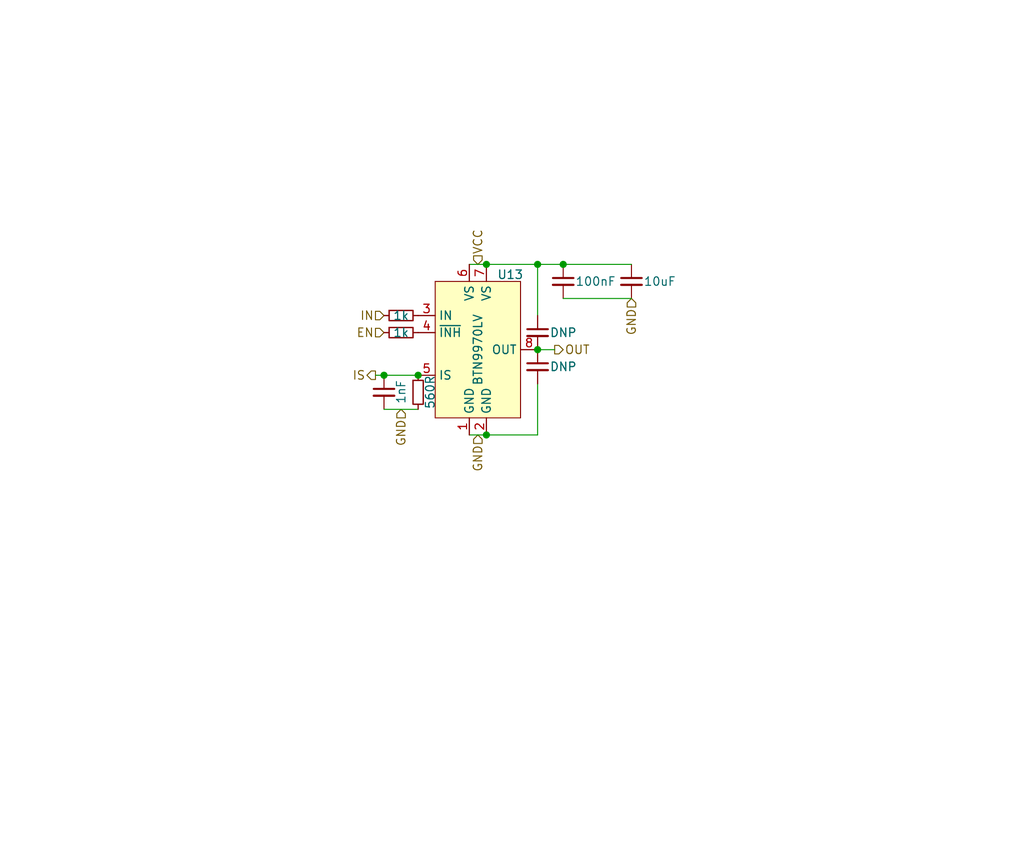
<source format=kicad_sch>
(kicad_sch (version 20231120) (generator "eeschema") (generator_version "8.0")
  (paper "User" 152.4 127)
  (lib_symbols
    (symbol "Device:C_Small" (pin_numbers hide) (pin_names (offset 0.254) hide)
      (property "Reference" "C" (at 0.254 1.778 0))
      (property "Value" "C_Small" (at 0.254 -2.032 0))
      (symbol "C_Small_0_1"
        (polyline (pts (xy -1.524 -0.508) (xy 1.524 -0.508)) (stroke (width 0.3302)))
        (polyline (pts (xy -1.524 0.508) (xy 1.524 0.508)) (stroke (width 0.3048)))
      )
      (symbol "C_Small_1_1"
        (pin passive line (at 0 2.54 270) (length 2.032) (name "~") (number "1"))
        (pin passive line (at 0 -2.54 90) (length 2.032) (name "~") (number "2"))
      )
    )
    (symbol "Device:R_Small" (pin_numbers hide) (pin_names (offset 0.254) hide)
      (property "Reference" "R" (at 0.762 0.508 0))
      (property "Value" "R_Small" (at 0.762 -1.016 0))
      (symbol "R_Small_0_1"
        (rectangle (start -0.762 1.778) (end 0.762 -1.778) (stroke (width 0.2032)))
      )
      (symbol "R_Small_1_1"
        (pin passive line (at 0 2.54 270) (length 0.762) (name "~") (number "1"))
        (pin passive line (at 0 -2.54 90) (length 0.762) (name "~") (number "2"))
      )
    )
    (symbol "Local:BTN9970LV"
      (property "Reference" "U" (at 0.254 17.526 0))
      (property "Value" "BTN9970LV" (at 0 0 90))
      (symbol "BTN9970LV_0_1"
        (rectangle (start -6.35 10.16) (end 6.35 -10.16) (fill (type background)))
      )
      (symbol "BTN9970LV_1_1"
        (pin power_in line (at -1.27 -12.7 90) (length 2.54) (name "GND") (number "1"))
        (pin power_in line (at 1.27 -12.7 90) (length 2.54) (name "GND") (number "2"))
        (pin input line (at -8.89 5.08 0) (length 2.54) (name "IN") (number "3"))
        (pin input line (at -8.89 2.54 0) (length 2.54) (name "~{INH}") (number "4"))
        (pin output line (at -8.89 -3.81 0) (length 2.54) (name "IS") (number "5"))
        (pin power_in line (at -1.27 12.7 270) (length 2.54) (name "VS") (number "6"))
        (pin power_in line (at 1.27 12.7 270) (length 2.54) (name "VS") (number "7"))
        (pin output line (at 8.89 0 180) (length 2.54) (name "OUT") (number "8"))
      )
    )
  )
  (junction (at 72.39 64.77))
  (junction (at 80.01 52.07))
  (junction (at 72.39 39.37))
  (junction (at 83.82 39.37))
  (junction (at 80.01 39.37))
  (junction (at 62.23 55.88))
  (junction (at 57.15 55.88))
  (wire (pts (xy 69.85 39.37) (xy 72.39 39.37)))
  (wire (pts (xy 80.01 64.77) (xy 72.39 64.77)))
  (wire (pts (xy 83.82 44.45) (xy 93.98 44.45)))
  (wire (pts (xy 80.01 39.37) (xy 80.01 46.99)))
  (wire (pts (xy 80.01 57.15) (xy 80.01 64.77)))
  (wire (pts (xy 83.82 39.37) (xy 93.98 39.37)))
  (wire (pts (xy 72.39 39.37) (xy 80.01 39.37)))
  (wire (pts (xy 57.15 60.96) (xy 62.23 60.96)))
  (wire (pts (xy 55.88 55.88) (xy 57.15 55.88)))
  (wire (pts (xy 80.01 39.37) (xy 83.82 39.37)))
  (wire (pts (xy 69.85 64.77) (xy 72.39 64.77)))
  (wire (pts (xy 80.01 52.07) (xy 82.55 52.07)))
  (wire (pts (xy 57.15 55.88) (xy 62.23 55.88)))
  (hierarchical_label "OUT" (shape output) (at 82.55 52.07 0))
  (hierarchical_label "VCC" (shape input) (at 71.12 39.37 90))
  (hierarchical_label "IN" (shape input) (at 57.15 46.99 180))
  (hierarchical_label "EN" (shape input) (at 57.15 49.53 180))
  (hierarchical_label "GND" (shape input) (at 59.69 60.96 270))
  (hierarchical_label "IS" (shape output) (at 55.88 55.88 180))
  (hierarchical_label "GND" (shape input) (at 93.98 44.45 270))
  (hierarchical_label "GND" (shape input) (at 71.12 64.77 270))
  (symbol (lib_id "Device:C_Small") (at 83.82 41.91 0) (unit 1)
    (property "Reference" "C42" (effects (hide yes)))
    (property "Value" "100nF" (at 85.598 41.91 0) (effects (justify left)))
    (property "Footprint" "Capacitor_SMD:C_0402_1005Metric" (effects (hide yes)))
    (property "Description" "Unpolarized capacitor, small symbol" (effects (hide yes)))
    (property "LCSC" "C307331" (effects (hide yes)))
    (instances (project "eWand_power_stage" (path "" (reference "C42") (unit 1)) (path "" (reference "C37") (unit 1))))
  )
  (symbol (lib_id "Device:R_Small") (at 62.23 58.42 0) (unit 1)
    (property "Reference" "R18" (effects (hide yes)))
    (property "Value" "560R" (at 64.008 60.96 90) (effects (justify left)))
    (property "Footprint" "Resistor_SMD:R_0402_1005Metric" (effects (hide yes)))
    (property "Description" "Resistor, small symbol" (effects (hide yes)))
    (property "LCSC" "C25126" (effects (hide yes)))
    (instances (project "eWand_power_stage" (path "" (reference "R18") (unit 1)) (path "" (reference "R15") (unit 1))))
  )
  (symbol (lib_id "Device:C_Small") (at 80.01 54.61 0) (unit 1) (in_bom no)
    (property "Reference" "C41" (effects (hide yes)))
    (property "Value" "DNP" (at 81.788 54.61 0) (effects (justify left)))
    (property "Footprint" "Capacitor_SMD:C_0805_2012Metric" (effects (hide yes)))
    (property "Description" "Unpolarized capacitor, small symbol" (effects (hide yes)))
    (instances (project "eWand_power_stage" (path "" (reference "C41") (unit 1)) (path "" (reference "C36") (unit 1))))
  )
  (symbol (lib_id "Device:C_Small") (at 57.15 58.42 0) (unit 1)
    (property "Reference" "C39" (effects (hide yes)))
    (property "Value" "1nF" (at 59.69 60.198 90) (effects (justify left)))
    (property "Footprint" "Capacitor_SMD:C_0402_1005Metric" (effects (hide yes)))
    (property "Description" "Unpolarized capacitor, small symbol" (effects (hide yes)))
    (property "LCSC" "C1523" (effects (hide yes)))
    (instances (project "eWand_power_stage" (path "" (reference "C39") (unit 1)) (path "" (reference "C34") (unit 1))))
  )
  (symbol (lib_id "Device:C_Small") (at 80.01 49.53 0) (unit 1) (in_bom no)
    (property "Reference" "C40" (effects (hide yes)))
    (property "Value" "DNP" (at 81.788 49.53 0) (effects (justify left)))
    (property "Footprint" "Capacitor_SMD:C_0805_2012Metric" (effects (hide yes)))
    (property "Description" "Unpolarized capacitor, small symbol" (effects (hide yes)))
    (instances (project "eWand_power_stage" (path "" (reference "C40") (unit 1)) (path "" (reference "C35") (unit 1))))
  )
  (symbol (lib_id "Local:BTN9970LV") (at 71.12 52.07 0) (unit 1)
    (property "Reference" "U13" (at 75.946 40.894 0))
    (property "Value" "BTN9970LV" (at 71.12 52.07 90))
    (property "Footprint" "Local:PG-HSOF-7-1" (effects (hide yes)))
    (property "Datasheet" "https://www.infineon.com/dgdl/Infineon-BTN9970LV-DataSheet-v01_00-EN.pdf?fileId=8ac78c8c7d0d8da4017d0fb6de712cb7" (effects (hide yes)))
    (property "Description" "High current PN half-bridge with integrated driver" (effects (hide yes)))
    (property "LCSC" "C3655537" (effects (hide yes)))
    (instances (project "eWand_power_stage" (path "" (reference "U13") (unit 1)) (path "" (reference "U12") (unit 1))))
  )
  (symbol (lib_id "Device:R_Small") (at 59.69 49.53 90) (unit 1)
    (property "Reference" "R17" (effects (hide yes)))
    (property "Value" "1k" (at 59.69 49.53 90))
    (property "Footprint" "Resistor_SMD:R_0402_1005Metric" (effects (hide yes)))
    (property "Description" "Resistor, small symbol" (effects (hide yes)))
    (property "LCSC" "C11702" (effects (hide yes)))
    (instances (project "eWand_power_stage" (path "" (reference "R17") (unit 1)) (path "" (reference "R14") (unit 1))))
  )
  (symbol (lib_id "Device:C_Small") (at 93.98 41.91 0) (unit 1)
    (property "Reference" "C43" (effects (hide yes)))
    (property "Value" "10uF" (at 95.758 41.91 0) (effects (justify left)))
    (property "Footprint" "Capacitor_SMD:C_1206_3216Metric" (effects (hide yes)))
    (property "Description" "Unpolarized capacitor, small symbol" (effects (hide yes)))
    (property "LCSC" "C13585" (effects (hide yes)))
    (instances (project "eWand_power_stage" (path "" (reference "C43") (unit 1)) (path "" (reference "C38") (unit 1))))
  )
  (symbol (lib_id "Device:R_Small") (at 59.69 46.99 90) (unit 1)
    (property "Reference" "R16" (effects (hide yes)))
    (property "Value" "1k" (at 59.69 46.99 90))
    (property "Footprint" "Resistor_SMD:R_0402_1005Metric" (effects (hide yes)))
    (property "Description" "Resistor, small symbol" (effects (hide yes)))
    (property "LCSC" "C11702" (effects (hide yes)))
    (instances (project "" (path "" (reference "R16") (unit 1)) (path "" (reference "R13") (unit 1))))
  )
)
</source>
